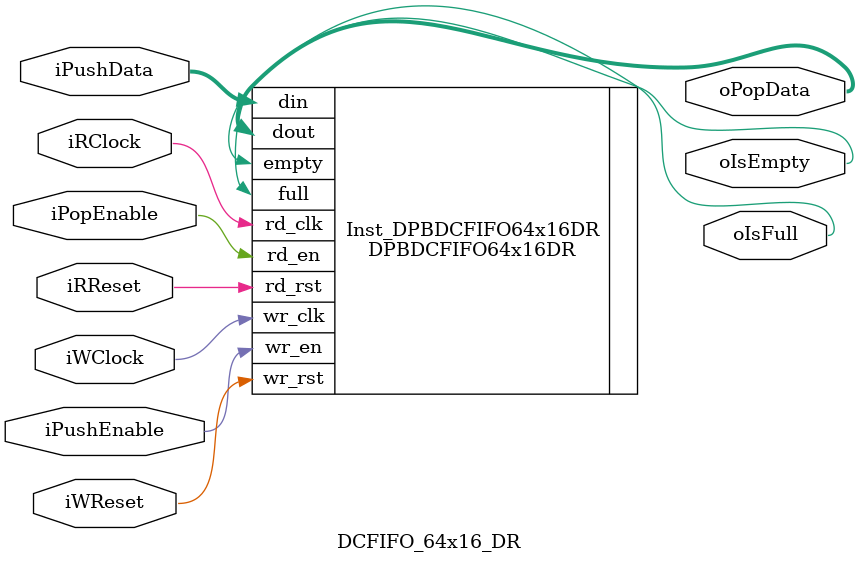
<source format=v>


//////////////////////////////////////////////////////////////////////////////////
// Revision History:
//
// * v1.0.0
//   - first draft 
//////////////////////////////////////////////////////////////////////////////////
`timescale 1ns / 1ps

module DCFIFO_64x16_DR
(
    input           iWClock         ,
    input           iWReset         ,

    input   [63:0]  iPushData       ,
    input           iPushEnable     ,
    output          oIsFull         ,
    
    input           iRClock         ,
    input           iRReset         ,
    
    output  [63:0]  oPopData        ,
    input           iPopEnable      ,
    output          oIsEmpty
);

    DPBDCFIFO64x16DR
    Inst_DPBDCFIFO64x16DR
    (
        .wr_clk         (iWClock        ),
        .wr_rst         (iWReset        ),
        .din            (iPushData      ),
        .wr_en          (iPushEnable    ),
        .full           (oIsFull        ),
        .rd_clk         (iRClock        ),
        .rd_rst         (iRReset        ),
        .dout           (oPopData       ),
        .rd_en          (iPopEnable     ),
        .empty          (oIsEmpty       )
    );

endmodule

</source>
